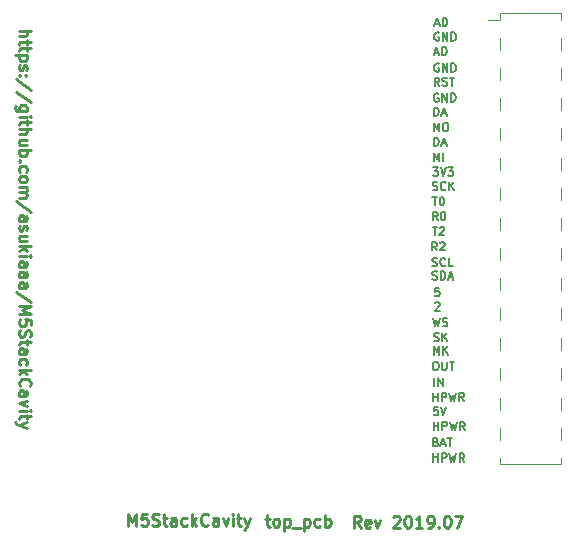
<source format=gbr>
G04 #@! TF.GenerationSoftware,KiCad,Pcbnew,5.1.2-f72e74a~84~ubuntu18.04.1*
G04 #@! TF.CreationDate,2019-07-12T15:09:15+09:00*
G04 #@! TF.ProjectId,top_pcb,746f705f-7063-4622-9e6b-696361645f70,rev?*
G04 #@! TF.SameCoordinates,Original*
G04 #@! TF.FileFunction,Legend,Top*
G04 #@! TF.FilePolarity,Positive*
%FSLAX46Y46*%
G04 Gerber Fmt 4.6, Leading zero omitted, Abs format (unit mm)*
G04 Created by KiCad (PCBNEW 5.1.2-f72e74a~84~ubuntu18.04.1) date 2019-07-12 15:09:15*
%MOMM*%
%LPD*%
G04 APERTURE LIST*
%ADD10C,0.175000*%
%ADD11C,0.250000*%
%ADD12C,0.120000*%
G04 APERTURE END LIST*
D10*
X135847300Y-93864866D02*
X135847300Y-93164866D01*
X135847300Y-93498200D02*
X136247300Y-93498200D01*
X136247300Y-93864866D02*
X136247300Y-93164866D01*
X136580633Y-93864866D02*
X136580633Y-93164866D01*
X136847300Y-93164866D01*
X136913966Y-93198200D01*
X136947300Y-93231533D01*
X136980633Y-93298200D01*
X136980633Y-93398200D01*
X136947300Y-93464866D01*
X136913966Y-93498200D01*
X136847300Y-93531533D01*
X136580633Y-93531533D01*
X137213966Y-93164866D02*
X137380633Y-93864866D01*
X137513966Y-93364866D01*
X137647300Y-93864866D01*
X137813966Y-93164866D01*
X138480633Y-93864866D02*
X138247300Y-93531533D01*
X138080633Y-93864866D02*
X138080633Y-93164866D01*
X138347300Y-93164866D01*
X138413966Y-93198200D01*
X138447300Y-93231533D01*
X138480633Y-93298200D01*
X138480633Y-93398200D01*
X138447300Y-93464866D01*
X138413966Y-93498200D01*
X138347300Y-93531533D01*
X138080633Y-93531533D01*
X135898100Y-91197866D02*
X135898100Y-90497866D01*
X135898100Y-90831200D02*
X136298100Y-90831200D01*
X136298100Y-91197866D02*
X136298100Y-90497866D01*
X136631433Y-91197866D02*
X136631433Y-90497866D01*
X136898100Y-90497866D01*
X136964766Y-90531200D01*
X136998100Y-90564533D01*
X137031433Y-90631200D01*
X137031433Y-90731200D01*
X136998100Y-90797866D01*
X136964766Y-90831200D01*
X136898100Y-90864533D01*
X136631433Y-90864533D01*
X137264766Y-90497866D02*
X137431433Y-91197866D01*
X137564766Y-90697866D01*
X137698100Y-91197866D01*
X137864766Y-90497866D01*
X138531433Y-91197866D02*
X138298100Y-90864533D01*
X138131433Y-91197866D02*
X138131433Y-90497866D01*
X138398100Y-90497866D01*
X138464766Y-90531200D01*
X138498100Y-90564533D01*
X138531433Y-90631200D01*
X138531433Y-90731200D01*
X138498100Y-90797866D01*
X138464766Y-90831200D01*
X138398100Y-90864533D01*
X138131433Y-90864533D01*
X135834600Y-88746766D02*
X135834600Y-88046766D01*
X135834600Y-88380100D02*
X136234600Y-88380100D01*
X136234600Y-88746766D02*
X136234600Y-88046766D01*
X136567933Y-88746766D02*
X136567933Y-88046766D01*
X136834600Y-88046766D01*
X136901266Y-88080100D01*
X136934600Y-88113433D01*
X136967933Y-88180100D01*
X136967933Y-88280100D01*
X136934600Y-88346766D01*
X136901266Y-88380100D01*
X136834600Y-88413433D01*
X136567933Y-88413433D01*
X137201266Y-88046766D02*
X137367933Y-88746766D01*
X137501266Y-88246766D01*
X137634600Y-88746766D01*
X137801266Y-88046766D01*
X138467933Y-88746766D02*
X138234600Y-88413433D01*
X138067933Y-88746766D02*
X138067933Y-88046766D01*
X138334600Y-88046766D01*
X138401266Y-88080100D01*
X138434600Y-88113433D01*
X138467933Y-88180100D01*
X138467933Y-88280100D01*
X138434600Y-88346766D01*
X138401266Y-88380100D01*
X138334600Y-88413433D01*
X138067933Y-88413433D01*
X136007500Y-80455333D02*
X136040833Y-80422000D01*
X136107500Y-80388666D01*
X136274166Y-80388666D01*
X136340833Y-80422000D01*
X136374166Y-80455333D01*
X136407500Y-80522000D01*
X136407500Y-80588666D01*
X136374166Y-80688666D01*
X135974166Y-81088666D01*
X136407500Y-81088666D01*
X136374166Y-79144066D02*
X136040833Y-79144066D01*
X136007500Y-79477400D01*
X136040833Y-79444066D01*
X136107500Y-79410733D01*
X136274166Y-79410733D01*
X136340833Y-79444066D01*
X136374166Y-79477400D01*
X136407500Y-79544066D01*
X136407500Y-79710733D01*
X136374166Y-79777400D01*
X136340833Y-79810733D01*
X136274166Y-79844066D01*
X136107500Y-79844066D01*
X136040833Y-79810733D01*
X136007500Y-79777400D01*
X136071833Y-92215500D02*
X136171833Y-92248833D01*
X136205166Y-92282166D01*
X136238500Y-92348833D01*
X136238500Y-92448833D01*
X136205166Y-92515500D01*
X136171833Y-92548833D01*
X136105166Y-92582166D01*
X135838500Y-92582166D01*
X135838500Y-91882166D01*
X136071833Y-91882166D01*
X136138500Y-91915500D01*
X136171833Y-91948833D01*
X136205166Y-92015500D01*
X136205166Y-92082166D01*
X136171833Y-92148833D01*
X136138500Y-92182166D01*
X136071833Y-92215500D01*
X135838500Y-92215500D01*
X136505166Y-92382166D02*
X136838500Y-92382166D01*
X136438500Y-92582166D02*
X136671833Y-91882166D01*
X136905166Y-92582166D01*
X137038500Y-91882166D02*
X137438500Y-91882166D01*
X137238500Y-92582166D02*
X137238500Y-91882166D01*
X136251966Y-89227866D02*
X135918633Y-89227866D01*
X135885300Y-89561200D01*
X135918633Y-89527866D01*
X135985300Y-89494533D01*
X136151966Y-89494533D01*
X136218633Y-89527866D01*
X136251966Y-89561200D01*
X136285300Y-89627866D01*
X136285300Y-89794533D01*
X136251966Y-89861200D01*
X136218633Y-89894533D01*
X136151966Y-89927866D01*
X135985300Y-89927866D01*
X135918633Y-89894533D01*
X135885300Y-89861200D01*
X136485300Y-89227866D02*
X136718633Y-89927866D01*
X136951966Y-89227866D01*
X136370266Y-62051366D02*
X136136933Y-61718033D01*
X135970266Y-62051366D02*
X135970266Y-61351366D01*
X136236933Y-61351366D01*
X136303600Y-61384700D01*
X136336933Y-61418033D01*
X136370266Y-61484700D01*
X136370266Y-61584700D01*
X136336933Y-61651366D01*
X136303600Y-61684700D01*
X136236933Y-61718033D01*
X135970266Y-61718033D01*
X136636933Y-62018033D02*
X136736933Y-62051366D01*
X136903600Y-62051366D01*
X136970266Y-62018033D01*
X137003600Y-61984700D01*
X137036933Y-61918033D01*
X137036933Y-61851366D01*
X137003600Y-61784700D01*
X136970266Y-61751366D01*
X136903600Y-61718033D01*
X136770266Y-61684700D01*
X136703600Y-61651366D01*
X136670266Y-61618033D01*
X136636933Y-61551366D01*
X136636933Y-61484700D01*
X136670266Y-61418033D01*
X136703600Y-61384700D01*
X136770266Y-61351366D01*
X136936933Y-61351366D01*
X137036933Y-61384700D01*
X137236933Y-61351366D02*
X137636933Y-61351366D01*
X137436933Y-62051366D02*
X137436933Y-61351366D01*
X136296466Y-62718200D02*
X136229800Y-62684866D01*
X136129800Y-62684866D01*
X136029800Y-62718200D01*
X135963133Y-62784866D01*
X135929800Y-62851533D01*
X135896466Y-62984866D01*
X135896466Y-63084866D01*
X135929800Y-63218200D01*
X135963133Y-63284866D01*
X136029800Y-63351533D01*
X136129800Y-63384866D01*
X136196466Y-63384866D01*
X136296466Y-63351533D01*
X136329800Y-63318200D01*
X136329800Y-63084866D01*
X136196466Y-63084866D01*
X136629800Y-63384866D02*
X136629800Y-62684866D01*
X137029800Y-63384866D01*
X137029800Y-62684866D01*
X137363133Y-63384866D02*
X137363133Y-62684866D01*
X137529800Y-62684866D01*
X137629800Y-62718200D01*
X137696466Y-62784866D01*
X137729800Y-62851533D01*
X137763133Y-62984866D01*
X137763133Y-63084866D01*
X137729800Y-63218200D01*
X137696466Y-63284866D01*
X137629800Y-63351533D01*
X137529800Y-63384866D01*
X137363133Y-63384866D01*
X136321866Y-60190900D02*
X136255200Y-60157566D01*
X136155200Y-60157566D01*
X136055200Y-60190900D01*
X135988533Y-60257566D01*
X135955200Y-60324233D01*
X135921866Y-60457566D01*
X135921866Y-60557566D01*
X135955200Y-60690900D01*
X135988533Y-60757566D01*
X136055200Y-60824233D01*
X136155200Y-60857566D01*
X136221866Y-60857566D01*
X136321866Y-60824233D01*
X136355200Y-60790900D01*
X136355200Y-60557566D01*
X136221866Y-60557566D01*
X136655200Y-60857566D02*
X136655200Y-60157566D01*
X137055200Y-60857566D01*
X137055200Y-60157566D01*
X137388533Y-60857566D02*
X137388533Y-60157566D01*
X137555200Y-60157566D01*
X137655200Y-60190900D01*
X137721866Y-60257566D01*
X137755200Y-60324233D01*
X137788533Y-60457566D01*
X137788533Y-60557566D01*
X137755200Y-60690900D01*
X137721866Y-60757566D01*
X137655200Y-60824233D01*
X137555200Y-60857566D01*
X137388533Y-60857566D01*
X136321866Y-57562000D02*
X136255200Y-57528666D01*
X136155200Y-57528666D01*
X136055200Y-57562000D01*
X135988533Y-57628666D01*
X135955200Y-57695333D01*
X135921866Y-57828666D01*
X135921866Y-57928666D01*
X135955200Y-58062000D01*
X135988533Y-58128666D01*
X136055200Y-58195333D01*
X136155200Y-58228666D01*
X136221866Y-58228666D01*
X136321866Y-58195333D01*
X136355200Y-58162000D01*
X136355200Y-57928666D01*
X136221866Y-57928666D01*
X136655200Y-58228666D02*
X136655200Y-57528666D01*
X137055200Y-58228666D01*
X137055200Y-57528666D01*
X137388533Y-58228666D02*
X137388533Y-57528666D01*
X137555200Y-57528666D01*
X137655200Y-57562000D01*
X137721866Y-57628666D01*
X137755200Y-57695333D01*
X137788533Y-57828666D01*
X137788533Y-57928666D01*
X137755200Y-58062000D01*
X137721866Y-58128666D01*
X137655200Y-58195333D01*
X137555200Y-58228666D01*
X137388533Y-58228666D01*
X135836133Y-68958666D02*
X136269466Y-68958666D01*
X136036133Y-69225333D01*
X136136133Y-69225333D01*
X136202800Y-69258666D01*
X136236133Y-69292000D01*
X136269466Y-69358666D01*
X136269466Y-69525333D01*
X136236133Y-69592000D01*
X136202800Y-69625333D01*
X136136133Y-69658666D01*
X135936133Y-69658666D01*
X135869466Y-69625333D01*
X135836133Y-69592000D01*
X136469466Y-68958666D02*
X136702800Y-69658666D01*
X136936133Y-68958666D01*
X137102800Y-68958666D02*
X137536133Y-68958666D01*
X137302800Y-69225333D01*
X137402800Y-69225333D01*
X137469466Y-69258666D01*
X137502800Y-69292000D01*
X137536133Y-69358666D01*
X137536133Y-69525333D01*
X137502800Y-69592000D01*
X137469466Y-69625333D01*
X137402800Y-69658666D01*
X137202800Y-69658666D01*
X137136133Y-69625333D01*
X137102800Y-69592000D01*
X135802800Y-70857233D02*
X135902800Y-70890566D01*
X136069466Y-70890566D01*
X136136133Y-70857233D01*
X136169466Y-70823900D01*
X136202800Y-70757233D01*
X136202800Y-70690566D01*
X136169466Y-70623900D01*
X136136133Y-70590566D01*
X136069466Y-70557233D01*
X135936133Y-70523900D01*
X135869466Y-70490566D01*
X135836133Y-70457233D01*
X135802800Y-70390566D01*
X135802800Y-70323900D01*
X135836133Y-70257233D01*
X135869466Y-70223900D01*
X135936133Y-70190566D01*
X136102800Y-70190566D01*
X136202800Y-70223900D01*
X136902800Y-70823900D02*
X136869466Y-70857233D01*
X136769466Y-70890566D01*
X136702800Y-70890566D01*
X136602800Y-70857233D01*
X136536133Y-70790566D01*
X136502800Y-70723900D01*
X136469466Y-70590566D01*
X136469466Y-70490566D01*
X136502800Y-70357233D01*
X136536133Y-70290566D01*
X136602800Y-70223900D01*
X136702800Y-70190566D01*
X136769466Y-70190566D01*
X136869466Y-70223900D01*
X136902800Y-70257233D01*
X137202800Y-70890566D02*
X137202800Y-70190566D01*
X137602800Y-70890566D02*
X137302800Y-70490566D01*
X137602800Y-70190566D02*
X137202800Y-70590566D01*
X135909100Y-68426766D02*
X135909100Y-67726766D01*
X136142433Y-68226766D01*
X136375766Y-67726766D01*
X136375766Y-68426766D01*
X136709100Y-68426766D02*
X136709100Y-67726766D01*
X135912300Y-65886766D02*
X135912300Y-65186766D01*
X136145633Y-65686766D01*
X136378966Y-65186766D01*
X136378966Y-65886766D01*
X136845633Y-65186766D02*
X136978966Y-65186766D01*
X137045633Y-65220100D01*
X137112300Y-65286766D01*
X137145633Y-65420100D01*
X137145633Y-65653433D01*
X137112300Y-65786766D01*
X137045633Y-65853433D01*
X136978966Y-65886766D01*
X136845633Y-65886766D01*
X136778966Y-65853433D01*
X136712300Y-65786766D01*
X136678966Y-65653433D01*
X136678966Y-65420100D01*
X136712300Y-65286766D01*
X136778966Y-65220100D01*
X136845633Y-65186766D01*
X136002800Y-85417866D02*
X136136133Y-85417866D01*
X136202800Y-85451200D01*
X136269466Y-85517866D01*
X136302800Y-85651200D01*
X136302800Y-85884533D01*
X136269466Y-86017866D01*
X136202800Y-86084533D01*
X136136133Y-86117866D01*
X136002800Y-86117866D01*
X135936133Y-86084533D01*
X135869466Y-86017866D01*
X135836133Y-85884533D01*
X135836133Y-85651200D01*
X135869466Y-85517866D01*
X135936133Y-85451200D01*
X136002800Y-85417866D01*
X136602800Y-85417866D02*
X136602800Y-85984533D01*
X136636133Y-86051200D01*
X136669466Y-86084533D01*
X136736133Y-86117866D01*
X136869466Y-86117866D01*
X136936133Y-86084533D01*
X136969466Y-86051200D01*
X137002800Y-85984533D01*
X137002800Y-85417866D01*
X137236133Y-85417866D02*
X137636133Y-85417866D01*
X137436133Y-86117866D02*
X137436133Y-85417866D01*
X135924200Y-83633433D02*
X136024200Y-83666766D01*
X136190866Y-83666766D01*
X136257533Y-83633433D01*
X136290866Y-83600100D01*
X136324200Y-83533433D01*
X136324200Y-83466766D01*
X136290866Y-83400100D01*
X136257533Y-83366766D01*
X136190866Y-83333433D01*
X136057533Y-83300100D01*
X135990866Y-83266766D01*
X135957533Y-83233433D01*
X135924200Y-83166766D01*
X135924200Y-83100100D01*
X135957533Y-83033433D01*
X135990866Y-83000100D01*
X136057533Y-82966766D01*
X136224200Y-82966766D01*
X136324200Y-83000100D01*
X136624200Y-83666766D02*
X136624200Y-82966766D01*
X137024200Y-83666766D02*
X136724200Y-83266766D01*
X137024200Y-82966766D02*
X136624200Y-83366766D01*
X135789300Y-78426433D02*
X135889300Y-78459766D01*
X136055966Y-78459766D01*
X136122633Y-78426433D01*
X136155966Y-78393100D01*
X136189300Y-78326433D01*
X136189300Y-78259766D01*
X136155966Y-78193100D01*
X136122633Y-78159766D01*
X136055966Y-78126433D01*
X135922633Y-78093100D01*
X135855966Y-78059766D01*
X135822633Y-78026433D01*
X135789300Y-77959766D01*
X135789300Y-77893100D01*
X135822633Y-77826433D01*
X135855966Y-77793100D01*
X135922633Y-77759766D01*
X136089300Y-77759766D01*
X136189300Y-77793100D01*
X136489300Y-78459766D02*
X136489300Y-77759766D01*
X136655966Y-77759766D01*
X136755966Y-77793100D01*
X136822633Y-77859766D01*
X136855966Y-77926433D01*
X136889300Y-78059766D01*
X136889300Y-78159766D01*
X136855966Y-78293100D01*
X136822633Y-78359766D01*
X136755966Y-78426433D01*
X136655966Y-78459766D01*
X136489300Y-78459766D01*
X137155966Y-78259766D02*
X137489300Y-78259766D01*
X137089300Y-78459766D02*
X137322633Y-77759766D01*
X137555966Y-78459766D01*
X136217833Y-73430566D02*
X135984500Y-73097233D01*
X135817833Y-73430566D02*
X135817833Y-72730566D01*
X136084500Y-72730566D01*
X136151166Y-72763900D01*
X136184500Y-72797233D01*
X136217833Y-72863900D01*
X136217833Y-72963900D01*
X136184500Y-73030566D01*
X136151166Y-73063900D01*
X136084500Y-73097233D01*
X135817833Y-73097233D01*
X136651166Y-72730566D02*
X136717833Y-72730566D01*
X136784500Y-72763900D01*
X136817833Y-72797233D01*
X136851166Y-72863900D01*
X136884500Y-72997233D01*
X136884500Y-73163900D01*
X136851166Y-73297233D01*
X136817833Y-73363900D01*
X136784500Y-73397233D01*
X136717833Y-73430566D01*
X136651166Y-73430566D01*
X136584500Y-73397233D01*
X136551166Y-73363900D01*
X136517833Y-73297233D01*
X136484500Y-73163900D01*
X136484500Y-72997233D01*
X136517833Y-72863900D01*
X136551166Y-72797233D01*
X136584500Y-72763900D01*
X136651166Y-72730566D01*
X136167033Y-75995966D02*
X135933700Y-75662633D01*
X135767033Y-75995966D02*
X135767033Y-75295966D01*
X136033700Y-75295966D01*
X136100366Y-75329300D01*
X136133700Y-75362633D01*
X136167033Y-75429300D01*
X136167033Y-75529300D01*
X136133700Y-75595966D01*
X136100366Y-75629300D01*
X136033700Y-75662633D01*
X135767033Y-75662633D01*
X136433700Y-75362633D02*
X136467033Y-75329300D01*
X136533700Y-75295966D01*
X136700366Y-75295966D01*
X136767033Y-75329300D01*
X136800366Y-75362633D01*
X136833700Y-75429300D01*
X136833700Y-75495966D01*
X136800366Y-75595966D01*
X136400366Y-75995966D01*
X136833700Y-75995966D01*
D11*
X121637776Y-98706014D02*
X122018728Y-98706014D01*
X121780633Y-98372680D02*
X121780633Y-99229823D01*
X121828252Y-99325061D01*
X121923490Y-99372680D01*
X122018728Y-99372680D01*
X122494919Y-99372680D02*
X122399680Y-99325061D01*
X122352061Y-99277442D01*
X122304442Y-99182204D01*
X122304442Y-98896490D01*
X122352061Y-98801252D01*
X122399680Y-98753633D01*
X122494919Y-98706014D01*
X122637776Y-98706014D01*
X122733014Y-98753633D01*
X122780633Y-98801252D01*
X122828252Y-98896490D01*
X122828252Y-99182204D01*
X122780633Y-99277442D01*
X122733014Y-99325061D01*
X122637776Y-99372680D01*
X122494919Y-99372680D01*
X123256823Y-98706014D02*
X123256823Y-99706014D01*
X123256823Y-98753633D02*
X123352061Y-98706014D01*
X123542538Y-98706014D01*
X123637776Y-98753633D01*
X123685395Y-98801252D01*
X123733014Y-98896490D01*
X123733014Y-99182204D01*
X123685395Y-99277442D01*
X123637776Y-99325061D01*
X123542538Y-99372680D01*
X123352061Y-99372680D01*
X123256823Y-99325061D01*
X123923490Y-99467919D02*
X124685395Y-99467919D01*
X124923490Y-98706014D02*
X124923490Y-99706014D01*
X124923490Y-98753633D02*
X125018728Y-98706014D01*
X125209204Y-98706014D01*
X125304442Y-98753633D01*
X125352061Y-98801252D01*
X125399680Y-98896490D01*
X125399680Y-99182204D01*
X125352061Y-99277442D01*
X125304442Y-99325061D01*
X125209204Y-99372680D01*
X125018728Y-99372680D01*
X124923490Y-99325061D01*
X126256823Y-99325061D02*
X126161585Y-99372680D01*
X125971109Y-99372680D01*
X125875871Y-99325061D01*
X125828252Y-99277442D01*
X125780633Y-99182204D01*
X125780633Y-98896490D01*
X125828252Y-98801252D01*
X125875871Y-98753633D01*
X125971109Y-98706014D01*
X126161585Y-98706014D01*
X126256823Y-98753633D01*
X126685395Y-99372680D02*
X126685395Y-98372680D01*
X126685395Y-98753633D02*
X126780633Y-98706014D01*
X126971109Y-98706014D01*
X127066347Y-98753633D01*
X127113966Y-98801252D01*
X127161585Y-98896490D01*
X127161585Y-99182204D01*
X127113966Y-99277442D01*
X127066347Y-99325061D01*
X126971109Y-99372680D01*
X126780633Y-99372680D01*
X126685395Y-99325061D01*
X110030261Y-99296480D02*
X110030261Y-98296480D01*
X110363595Y-99010766D01*
X110696928Y-98296480D01*
X110696928Y-99296480D01*
X111649309Y-98296480D02*
X111173119Y-98296480D01*
X111125500Y-98772671D01*
X111173119Y-98725052D01*
X111268357Y-98677433D01*
X111506452Y-98677433D01*
X111601690Y-98725052D01*
X111649309Y-98772671D01*
X111696928Y-98867909D01*
X111696928Y-99106004D01*
X111649309Y-99201242D01*
X111601690Y-99248861D01*
X111506452Y-99296480D01*
X111268357Y-99296480D01*
X111173119Y-99248861D01*
X111125500Y-99201242D01*
X112077880Y-99248861D02*
X112220738Y-99296480D01*
X112458833Y-99296480D01*
X112554071Y-99248861D01*
X112601690Y-99201242D01*
X112649309Y-99106004D01*
X112649309Y-99010766D01*
X112601690Y-98915528D01*
X112554071Y-98867909D01*
X112458833Y-98820290D01*
X112268357Y-98772671D01*
X112173119Y-98725052D01*
X112125500Y-98677433D01*
X112077880Y-98582195D01*
X112077880Y-98486957D01*
X112125500Y-98391719D01*
X112173119Y-98344100D01*
X112268357Y-98296480D01*
X112506452Y-98296480D01*
X112649309Y-98344100D01*
X112935023Y-98629814D02*
X113315976Y-98629814D01*
X113077880Y-98296480D02*
X113077880Y-99153623D01*
X113125500Y-99248861D01*
X113220738Y-99296480D01*
X113315976Y-99296480D01*
X114077880Y-99296480D02*
X114077880Y-98772671D01*
X114030261Y-98677433D01*
X113935023Y-98629814D01*
X113744547Y-98629814D01*
X113649309Y-98677433D01*
X114077880Y-99248861D02*
X113982642Y-99296480D01*
X113744547Y-99296480D01*
X113649309Y-99248861D01*
X113601690Y-99153623D01*
X113601690Y-99058385D01*
X113649309Y-98963147D01*
X113744547Y-98915528D01*
X113982642Y-98915528D01*
X114077880Y-98867909D01*
X114982642Y-99248861D02*
X114887404Y-99296480D01*
X114696928Y-99296480D01*
X114601690Y-99248861D01*
X114554071Y-99201242D01*
X114506452Y-99106004D01*
X114506452Y-98820290D01*
X114554071Y-98725052D01*
X114601690Y-98677433D01*
X114696928Y-98629814D01*
X114887404Y-98629814D01*
X114982642Y-98677433D01*
X115411214Y-99296480D02*
X115411214Y-98296480D01*
X115506452Y-98915528D02*
X115792166Y-99296480D01*
X115792166Y-98629814D02*
X115411214Y-99010766D01*
X116792166Y-99201242D02*
X116744547Y-99248861D01*
X116601690Y-99296480D01*
X116506452Y-99296480D01*
X116363595Y-99248861D01*
X116268357Y-99153623D01*
X116220738Y-99058385D01*
X116173119Y-98867909D01*
X116173119Y-98725052D01*
X116220738Y-98534576D01*
X116268357Y-98439338D01*
X116363595Y-98344100D01*
X116506452Y-98296480D01*
X116601690Y-98296480D01*
X116744547Y-98344100D01*
X116792166Y-98391719D01*
X117649309Y-99296480D02*
X117649309Y-98772671D01*
X117601690Y-98677433D01*
X117506452Y-98629814D01*
X117315976Y-98629814D01*
X117220738Y-98677433D01*
X117649309Y-99248861D02*
X117554071Y-99296480D01*
X117315976Y-99296480D01*
X117220738Y-99248861D01*
X117173119Y-99153623D01*
X117173119Y-99058385D01*
X117220738Y-98963147D01*
X117315976Y-98915528D01*
X117554071Y-98915528D01*
X117649309Y-98867909D01*
X118030261Y-98629814D02*
X118268357Y-99296480D01*
X118506452Y-98629814D01*
X118887404Y-99296480D02*
X118887404Y-98629814D01*
X118887404Y-98296480D02*
X118839785Y-98344100D01*
X118887404Y-98391719D01*
X118935023Y-98344100D01*
X118887404Y-98296480D01*
X118887404Y-98391719D01*
X119220738Y-98629814D02*
X119601690Y-98629814D01*
X119363595Y-98296480D02*
X119363595Y-99153623D01*
X119411214Y-99248861D01*
X119506452Y-99296480D01*
X119601690Y-99296480D01*
X119839785Y-98629814D02*
X120077880Y-99296480D01*
X120315976Y-98629814D02*
X120077880Y-99296480D01*
X119982642Y-99534576D01*
X119935023Y-99582195D01*
X119839785Y-99629814D01*
D10*
X135955133Y-87476766D02*
X135955133Y-86776766D01*
X136288466Y-87476766D02*
X136288466Y-86776766D01*
X136688466Y-87476766D01*
X136688466Y-86776766D01*
X135916266Y-84822466D02*
X135916266Y-84122466D01*
X136149600Y-84622466D01*
X136382933Y-84122466D01*
X136382933Y-84822466D01*
X136716266Y-84822466D02*
X136716266Y-84122466D01*
X137116266Y-84822466D02*
X136816266Y-84422466D01*
X137116266Y-84122466D02*
X136716266Y-84522466D01*
X135815466Y-81696766D02*
X135982133Y-82396766D01*
X136115466Y-81896766D01*
X136248800Y-82396766D01*
X136415466Y-81696766D01*
X136648800Y-82363433D02*
X136748800Y-82396766D01*
X136915466Y-82396766D01*
X136982133Y-82363433D01*
X137015466Y-82330100D01*
X137048800Y-82263433D01*
X137048800Y-82196766D01*
X137015466Y-82130100D01*
X136982133Y-82096766D01*
X136915466Y-82063433D01*
X136782133Y-82030100D01*
X136715466Y-81996766D01*
X136682133Y-81963433D01*
X136648800Y-81896766D01*
X136648800Y-81830100D01*
X136682133Y-81763433D01*
X136715466Y-81730100D01*
X136782133Y-81696766D01*
X136948800Y-81696766D01*
X137048800Y-81730100D01*
D11*
X129704009Y-99461580D02*
X129370676Y-98985390D01*
X129132580Y-99461580D02*
X129132580Y-98461580D01*
X129513533Y-98461580D01*
X129608771Y-98509200D01*
X129656390Y-98556819D01*
X129704009Y-98652057D01*
X129704009Y-98794914D01*
X129656390Y-98890152D01*
X129608771Y-98937771D01*
X129513533Y-98985390D01*
X129132580Y-98985390D01*
X130513533Y-99413961D02*
X130418295Y-99461580D01*
X130227819Y-99461580D01*
X130132580Y-99413961D01*
X130084961Y-99318723D01*
X130084961Y-98937771D01*
X130132580Y-98842533D01*
X130227819Y-98794914D01*
X130418295Y-98794914D01*
X130513533Y-98842533D01*
X130561152Y-98937771D01*
X130561152Y-99033009D01*
X130084961Y-99128247D01*
X130894485Y-98794914D02*
X131132580Y-99461580D01*
X131370676Y-98794914D01*
X132465914Y-98556819D02*
X132513533Y-98509200D01*
X132608771Y-98461580D01*
X132846866Y-98461580D01*
X132942104Y-98509200D01*
X132989723Y-98556819D01*
X133037342Y-98652057D01*
X133037342Y-98747295D01*
X132989723Y-98890152D01*
X132418295Y-99461580D01*
X133037342Y-99461580D01*
X133656390Y-98461580D02*
X133751628Y-98461580D01*
X133846866Y-98509200D01*
X133894485Y-98556819D01*
X133942104Y-98652057D01*
X133989723Y-98842533D01*
X133989723Y-99080628D01*
X133942104Y-99271104D01*
X133894485Y-99366342D01*
X133846866Y-99413961D01*
X133751628Y-99461580D01*
X133656390Y-99461580D01*
X133561152Y-99413961D01*
X133513533Y-99366342D01*
X133465914Y-99271104D01*
X133418295Y-99080628D01*
X133418295Y-98842533D01*
X133465914Y-98652057D01*
X133513533Y-98556819D01*
X133561152Y-98509200D01*
X133656390Y-98461580D01*
X134942104Y-99461580D02*
X134370676Y-99461580D01*
X134656390Y-99461580D02*
X134656390Y-98461580D01*
X134561152Y-98604438D01*
X134465914Y-98699676D01*
X134370676Y-98747295D01*
X135418295Y-99461580D02*
X135608771Y-99461580D01*
X135704009Y-99413961D01*
X135751628Y-99366342D01*
X135846866Y-99223485D01*
X135894485Y-99033009D01*
X135894485Y-98652057D01*
X135846866Y-98556819D01*
X135799247Y-98509200D01*
X135704009Y-98461580D01*
X135513533Y-98461580D01*
X135418295Y-98509200D01*
X135370676Y-98556819D01*
X135323057Y-98652057D01*
X135323057Y-98890152D01*
X135370676Y-98985390D01*
X135418295Y-99033009D01*
X135513533Y-99080628D01*
X135704009Y-99080628D01*
X135799247Y-99033009D01*
X135846866Y-98985390D01*
X135894485Y-98890152D01*
X136323057Y-99366342D02*
X136370676Y-99413961D01*
X136323057Y-99461580D01*
X136275438Y-99413961D01*
X136323057Y-99366342D01*
X136323057Y-99461580D01*
X136989723Y-98461580D02*
X137084961Y-98461580D01*
X137180200Y-98509200D01*
X137227819Y-98556819D01*
X137275438Y-98652057D01*
X137323057Y-98842533D01*
X137323057Y-99080628D01*
X137275438Y-99271104D01*
X137227819Y-99366342D01*
X137180200Y-99413961D01*
X137084961Y-99461580D01*
X136989723Y-99461580D01*
X136894485Y-99413961D01*
X136846866Y-99366342D01*
X136799247Y-99271104D01*
X136751628Y-99080628D01*
X136751628Y-98842533D01*
X136799247Y-98652057D01*
X136846866Y-98556819D01*
X136894485Y-98509200D01*
X136989723Y-98461580D01*
X137656390Y-98461580D02*
X138323057Y-98461580D01*
X137894485Y-99461580D01*
X100792019Y-57417204D02*
X101792019Y-57417204D01*
X100792019Y-57845776D02*
X101315828Y-57845776D01*
X101411066Y-57798157D01*
X101458685Y-57702919D01*
X101458685Y-57560061D01*
X101411066Y-57464823D01*
X101363447Y-57417204D01*
X101458685Y-58179109D02*
X101458685Y-58560061D01*
X101792019Y-58321966D02*
X100934876Y-58321966D01*
X100839638Y-58369585D01*
X100792019Y-58464823D01*
X100792019Y-58560061D01*
X101458685Y-58750538D02*
X101458685Y-59131490D01*
X101792019Y-58893395D02*
X100934876Y-58893395D01*
X100839638Y-58941014D01*
X100792019Y-59036252D01*
X100792019Y-59131490D01*
X101458685Y-59464823D02*
X100458685Y-59464823D01*
X101411066Y-59464823D02*
X101458685Y-59560061D01*
X101458685Y-59750538D01*
X101411066Y-59845776D01*
X101363447Y-59893395D01*
X101268209Y-59941014D01*
X100982495Y-59941014D01*
X100887257Y-59893395D01*
X100839638Y-59845776D01*
X100792019Y-59750538D01*
X100792019Y-59560061D01*
X100839638Y-59464823D01*
X100839638Y-60321966D02*
X100792019Y-60417204D01*
X100792019Y-60607680D01*
X100839638Y-60702919D01*
X100934876Y-60750538D01*
X100982495Y-60750538D01*
X101077733Y-60702919D01*
X101125352Y-60607680D01*
X101125352Y-60464823D01*
X101172971Y-60369585D01*
X101268209Y-60321966D01*
X101315828Y-60321966D01*
X101411066Y-60369585D01*
X101458685Y-60464823D01*
X101458685Y-60607680D01*
X101411066Y-60702919D01*
X100887257Y-61179109D02*
X100839638Y-61226728D01*
X100792019Y-61179109D01*
X100839638Y-61131490D01*
X100887257Y-61179109D01*
X100792019Y-61179109D01*
X101411066Y-61179109D02*
X101363447Y-61226728D01*
X101315828Y-61179109D01*
X101363447Y-61131490D01*
X101411066Y-61179109D01*
X101315828Y-61179109D01*
X101839638Y-62369585D02*
X100553923Y-61512442D01*
X101839638Y-63417204D02*
X100553923Y-62560061D01*
X101458685Y-64179109D02*
X100649161Y-64179109D01*
X100553923Y-64131490D01*
X100506304Y-64083871D01*
X100458685Y-63988633D01*
X100458685Y-63845776D01*
X100506304Y-63750538D01*
X100839638Y-64179109D02*
X100792019Y-64083871D01*
X100792019Y-63893395D01*
X100839638Y-63798157D01*
X100887257Y-63750538D01*
X100982495Y-63702919D01*
X101268209Y-63702919D01*
X101363447Y-63750538D01*
X101411066Y-63798157D01*
X101458685Y-63893395D01*
X101458685Y-64083871D01*
X101411066Y-64179109D01*
X100792019Y-64655300D02*
X101458685Y-64655300D01*
X101792019Y-64655300D02*
X101744400Y-64607680D01*
X101696780Y-64655300D01*
X101744400Y-64702919D01*
X101792019Y-64655300D01*
X101696780Y-64655300D01*
X101458685Y-64988633D02*
X101458685Y-65369585D01*
X101792019Y-65131490D02*
X100934876Y-65131490D01*
X100839638Y-65179109D01*
X100792019Y-65274347D01*
X100792019Y-65369585D01*
X100792019Y-65702919D02*
X101792019Y-65702919D01*
X100792019Y-66131490D02*
X101315828Y-66131490D01*
X101411066Y-66083871D01*
X101458685Y-65988633D01*
X101458685Y-65845776D01*
X101411066Y-65750538D01*
X101363447Y-65702919D01*
X101458685Y-67036252D02*
X100792019Y-67036252D01*
X101458685Y-66607680D02*
X100934876Y-66607680D01*
X100839638Y-66655300D01*
X100792019Y-66750538D01*
X100792019Y-66893395D01*
X100839638Y-66988633D01*
X100887257Y-67036252D01*
X100792019Y-67512442D02*
X101792019Y-67512442D01*
X101411066Y-67512442D02*
X101458685Y-67607680D01*
X101458685Y-67798157D01*
X101411066Y-67893395D01*
X101363447Y-67941014D01*
X101268209Y-67988633D01*
X100982495Y-67988633D01*
X100887257Y-67941014D01*
X100839638Y-67893395D01*
X100792019Y-67798157D01*
X100792019Y-67607680D01*
X100839638Y-67512442D01*
X100887257Y-68417204D02*
X100839638Y-68464823D01*
X100792019Y-68417204D01*
X100839638Y-68369585D01*
X100887257Y-68417204D01*
X100792019Y-68417204D01*
X100839638Y-69321966D02*
X100792019Y-69226728D01*
X100792019Y-69036252D01*
X100839638Y-68941014D01*
X100887257Y-68893395D01*
X100982495Y-68845776D01*
X101268209Y-68845776D01*
X101363447Y-68893395D01*
X101411066Y-68941014D01*
X101458685Y-69036252D01*
X101458685Y-69226728D01*
X101411066Y-69321966D01*
X100792019Y-69893395D02*
X100839638Y-69798157D01*
X100887257Y-69750538D01*
X100982495Y-69702919D01*
X101268209Y-69702919D01*
X101363447Y-69750538D01*
X101411066Y-69798157D01*
X101458685Y-69893395D01*
X101458685Y-70036252D01*
X101411066Y-70131490D01*
X101363447Y-70179109D01*
X101268209Y-70226728D01*
X100982495Y-70226728D01*
X100887257Y-70179109D01*
X100839638Y-70131490D01*
X100792019Y-70036252D01*
X100792019Y-69893395D01*
X100792019Y-70655300D02*
X101458685Y-70655300D01*
X101363447Y-70655300D02*
X101411066Y-70702919D01*
X101458685Y-70798157D01*
X101458685Y-70941014D01*
X101411066Y-71036252D01*
X101315828Y-71083871D01*
X100792019Y-71083871D01*
X101315828Y-71083871D02*
X101411066Y-71131490D01*
X101458685Y-71226728D01*
X101458685Y-71369585D01*
X101411066Y-71464823D01*
X101315828Y-71512442D01*
X100792019Y-71512442D01*
X101839638Y-72702919D02*
X100553923Y-71845776D01*
X100792019Y-73464823D02*
X101315828Y-73464823D01*
X101411066Y-73417204D01*
X101458685Y-73321966D01*
X101458685Y-73131490D01*
X101411066Y-73036252D01*
X100839638Y-73464823D02*
X100792019Y-73369585D01*
X100792019Y-73131490D01*
X100839638Y-73036252D01*
X100934876Y-72988633D01*
X101030114Y-72988633D01*
X101125352Y-73036252D01*
X101172971Y-73131490D01*
X101172971Y-73369585D01*
X101220590Y-73464823D01*
X100839638Y-73893395D02*
X100792019Y-73988633D01*
X100792019Y-74179109D01*
X100839638Y-74274347D01*
X100934876Y-74321966D01*
X100982495Y-74321966D01*
X101077733Y-74274347D01*
X101125352Y-74179109D01*
X101125352Y-74036252D01*
X101172971Y-73941014D01*
X101268209Y-73893395D01*
X101315828Y-73893395D01*
X101411066Y-73941014D01*
X101458685Y-74036252D01*
X101458685Y-74179109D01*
X101411066Y-74274347D01*
X101458685Y-75179109D02*
X100792019Y-75179109D01*
X101458685Y-74750538D02*
X100934876Y-74750538D01*
X100839638Y-74798157D01*
X100792019Y-74893395D01*
X100792019Y-75036252D01*
X100839638Y-75131490D01*
X100887257Y-75179109D01*
X100792019Y-75655300D02*
X101792019Y-75655300D01*
X101172971Y-75750538D02*
X100792019Y-76036252D01*
X101458685Y-76036252D02*
X101077733Y-75655300D01*
X100792019Y-76464823D02*
X101458685Y-76464823D01*
X101792019Y-76464823D02*
X101744400Y-76417204D01*
X101696780Y-76464823D01*
X101744400Y-76512442D01*
X101792019Y-76464823D01*
X101696780Y-76464823D01*
X100792019Y-77369585D02*
X101315828Y-77369585D01*
X101411066Y-77321966D01*
X101458685Y-77226728D01*
X101458685Y-77036252D01*
X101411066Y-76941014D01*
X100839638Y-77369585D02*
X100792019Y-77274347D01*
X100792019Y-77036252D01*
X100839638Y-76941014D01*
X100934876Y-76893395D01*
X101030114Y-76893395D01*
X101125352Y-76941014D01*
X101172971Y-77036252D01*
X101172971Y-77274347D01*
X101220590Y-77369585D01*
X100792019Y-78274347D02*
X101315828Y-78274347D01*
X101411066Y-78226728D01*
X101458685Y-78131490D01*
X101458685Y-77941014D01*
X101411066Y-77845776D01*
X100839638Y-78274347D02*
X100792019Y-78179109D01*
X100792019Y-77941014D01*
X100839638Y-77845776D01*
X100934876Y-77798157D01*
X101030114Y-77798157D01*
X101125352Y-77845776D01*
X101172971Y-77941014D01*
X101172971Y-78179109D01*
X101220590Y-78274347D01*
X100792019Y-79179109D02*
X101315828Y-79179109D01*
X101411066Y-79131490D01*
X101458685Y-79036252D01*
X101458685Y-78845776D01*
X101411066Y-78750538D01*
X100839638Y-79179109D02*
X100792019Y-79083871D01*
X100792019Y-78845776D01*
X100839638Y-78750538D01*
X100934876Y-78702919D01*
X101030114Y-78702919D01*
X101125352Y-78750538D01*
X101172971Y-78845776D01*
X101172971Y-79083871D01*
X101220590Y-79179109D01*
X101839638Y-80369585D02*
X100553923Y-79512442D01*
X100792019Y-80702919D02*
X101792019Y-80702919D01*
X101077733Y-81036252D01*
X101792019Y-81369585D01*
X100792019Y-81369585D01*
X101792019Y-82321966D02*
X101792019Y-81845776D01*
X101315828Y-81798157D01*
X101363447Y-81845776D01*
X101411066Y-81941014D01*
X101411066Y-82179109D01*
X101363447Y-82274347D01*
X101315828Y-82321966D01*
X101220590Y-82369585D01*
X100982495Y-82369585D01*
X100887257Y-82321966D01*
X100839638Y-82274347D01*
X100792019Y-82179109D01*
X100792019Y-81941014D01*
X100839638Y-81845776D01*
X100887257Y-81798157D01*
X100839638Y-82750538D02*
X100792019Y-82893395D01*
X100792019Y-83131490D01*
X100839638Y-83226728D01*
X100887257Y-83274347D01*
X100982495Y-83321966D01*
X101077733Y-83321966D01*
X101172971Y-83274347D01*
X101220590Y-83226728D01*
X101268209Y-83131490D01*
X101315828Y-82941014D01*
X101363447Y-82845776D01*
X101411066Y-82798157D01*
X101506304Y-82750538D01*
X101601542Y-82750538D01*
X101696780Y-82798157D01*
X101744400Y-82845776D01*
X101792019Y-82941014D01*
X101792019Y-83179109D01*
X101744400Y-83321966D01*
X101458685Y-83607680D02*
X101458685Y-83988633D01*
X101792019Y-83750538D02*
X100934876Y-83750538D01*
X100839638Y-83798157D01*
X100792019Y-83893395D01*
X100792019Y-83988633D01*
X100792019Y-84750538D02*
X101315828Y-84750538D01*
X101411066Y-84702919D01*
X101458685Y-84607680D01*
X101458685Y-84417204D01*
X101411066Y-84321966D01*
X100839638Y-84750538D02*
X100792019Y-84655299D01*
X100792019Y-84417204D01*
X100839638Y-84321966D01*
X100934876Y-84274347D01*
X101030114Y-84274347D01*
X101125352Y-84321966D01*
X101172971Y-84417204D01*
X101172971Y-84655299D01*
X101220590Y-84750538D01*
X100839638Y-85655299D02*
X100792019Y-85560061D01*
X100792019Y-85369585D01*
X100839638Y-85274347D01*
X100887257Y-85226728D01*
X100982495Y-85179109D01*
X101268209Y-85179109D01*
X101363447Y-85226728D01*
X101411066Y-85274347D01*
X101458685Y-85369585D01*
X101458685Y-85560061D01*
X101411066Y-85655299D01*
X100792019Y-86083871D02*
X101792019Y-86083871D01*
X101172971Y-86179109D02*
X100792019Y-86464823D01*
X101458685Y-86464823D02*
X101077733Y-86083871D01*
X100887257Y-87464823D02*
X100839638Y-87417204D01*
X100792019Y-87274347D01*
X100792019Y-87179109D01*
X100839638Y-87036252D01*
X100934876Y-86941014D01*
X101030114Y-86893395D01*
X101220590Y-86845776D01*
X101363447Y-86845776D01*
X101553923Y-86893395D01*
X101649161Y-86941014D01*
X101744400Y-87036252D01*
X101792019Y-87179109D01*
X101792019Y-87274347D01*
X101744400Y-87417204D01*
X101696780Y-87464823D01*
X100792019Y-88321966D02*
X101315828Y-88321966D01*
X101411066Y-88274347D01*
X101458685Y-88179109D01*
X101458685Y-87988633D01*
X101411066Y-87893395D01*
X100839638Y-88321966D02*
X100792019Y-88226728D01*
X100792019Y-87988633D01*
X100839638Y-87893395D01*
X100934876Y-87845776D01*
X101030114Y-87845776D01*
X101125352Y-87893395D01*
X101172971Y-87988633D01*
X101172971Y-88226728D01*
X101220590Y-88321966D01*
X101458685Y-88702919D02*
X100792019Y-88941014D01*
X101458685Y-89179109D01*
X100792019Y-89560061D02*
X101458685Y-89560061D01*
X101792019Y-89560061D02*
X101744400Y-89512442D01*
X101696780Y-89560061D01*
X101744400Y-89607680D01*
X101792019Y-89560061D01*
X101696780Y-89560061D01*
X101458685Y-89893395D02*
X101458685Y-90274347D01*
X101792019Y-90036252D02*
X100934876Y-90036252D01*
X100839638Y-90083871D01*
X100792019Y-90179109D01*
X100792019Y-90274347D01*
X101458685Y-90512442D02*
X100792019Y-90750538D01*
X101458685Y-90988633D02*
X100792019Y-90750538D01*
X100553923Y-90655299D01*
X100506304Y-90607680D01*
X100458685Y-90512442D01*
D10*
X135788466Y-71447866D02*
X136188466Y-71447866D01*
X135988466Y-72147866D02*
X135988466Y-71447866D01*
X136555133Y-71447866D02*
X136621800Y-71447866D01*
X136688466Y-71481200D01*
X136721800Y-71514533D01*
X136755133Y-71581200D01*
X136788466Y-71714533D01*
X136788466Y-71881200D01*
X136755133Y-72014533D01*
X136721800Y-72081200D01*
X136688466Y-72114533D01*
X136621800Y-72147866D01*
X136555133Y-72147866D01*
X136488466Y-72114533D01*
X136455133Y-72081200D01*
X136421800Y-72014533D01*
X136388466Y-71881200D01*
X136388466Y-71714533D01*
X136421800Y-71581200D01*
X136455133Y-71514533D01*
X136488466Y-71481200D01*
X136555133Y-71447866D01*
X135801166Y-74000566D02*
X136201166Y-74000566D01*
X136001166Y-74700566D02*
X136001166Y-74000566D01*
X136401166Y-74067233D02*
X136434500Y-74033900D01*
X136501166Y-74000566D01*
X136667833Y-74000566D01*
X136734500Y-74033900D01*
X136767833Y-74067233D01*
X136801166Y-74133900D01*
X136801166Y-74200566D01*
X136767833Y-74300566D01*
X136367833Y-74700566D01*
X136801166Y-74700566D01*
X135914666Y-64591366D02*
X135914666Y-63891366D01*
X136081333Y-63891366D01*
X136181333Y-63924700D01*
X136248000Y-63991366D01*
X136281333Y-64058033D01*
X136314666Y-64191366D01*
X136314666Y-64291366D01*
X136281333Y-64424700D01*
X136248000Y-64491366D01*
X136181333Y-64558033D01*
X136081333Y-64591366D01*
X135914666Y-64591366D01*
X136581333Y-64391366D02*
X136914666Y-64391366D01*
X136514666Y-64591366D02*
X136748000Y-63891366D01*
X136981333Y-64591366D01*
X135914666Y-67131366D02*
X135914666Y-66431366D01*
X136081333Y-66431366D01*
X136181333Y-66464700D01*
X136248000Y-66531366D01*
X136281333Y-66598033D01*
X136314666Y-66731366D01*
X136314666Y-66831366D01*
X136281333Y-66964700D01*
X136248000Y-67031366D01*
X136181333Y-67098033D01*
X136081333Y-67131366D01*
X135914666Y-67131366D01*
X136581333Y-66931366D02*
X136914666Y-66931366D01*
X136514666Y-67131366D02*
X136748000Y-66431366D01*
X136981333Y-67131366D01*
X136008333Y-56784066D02*
X136341666Y-56784066D01*
X135941666Y-56984066D02*
X136175000Y-56284066D01*
X136408333Y-56984066D01*
X136641666Y-56984066D02*
X136641666Y-56284066D01*
X136808333Y-56284066D01*
X136908333Y-56317400D01*
X136975000Y-56384066D01*
X137008333Y-56450733D01*
X137041666Y-56584066D01*
X137041666Y-56684066D01*
X137008333Y-56817400D01*
X136975000Y-56884066D01*
X136908333Y-56950733D01*
X136808333Y-56984066D01*
X136641666Y-56984066D01*
X135957533Y-59273266D02*
X136290866Y-59273266D01*
X135890866Y-59473266D02*
X136124200Y-58773266D01*
X136357533Y-59473266D01*
X136590866Y-59473266D02*
X136590866Y-58773266D01*
X136757533Y-58773266D01*
X136857533Y-58806600D01*
X136924200Y-58873266D01*
X136957533Y-58939933D01*
X136990866Y-59073266D01*
X136990866Y-59173266D01*
X136957533Y-59306600D01*
X136924200Y-59373266D01*
X136857533Y-59439933D01*
X136757533Y-59473266D01*
X136590866Y-59473266D01*
X135780566Y-77283433D02*
X135880566Y-77316766D01*
X136047233Y-77316766D01*
X136113900Y-77283433D01*
X136147233Y-77250100D01*
X136180566Y-77183433D01*
X136180566Y-77116766D01*
X136147233Y-77050100D01*
X136113900Y-77016766D01*
X136047233Y-76983433D01*
X135913900Y-76950100D01*
X135847233Y-76916766D01*
X135813900Y-76883433D01*
X135780566Y-76816766D01*
X135780566Y-76750100D01*
X135813900Y-76683433D01*
X135847233Y-76650100D01*
X135913900Y-76616766D01*
X136080566Y-76616766D01*
X136180566Y-76650100D01*
X136880566Y-77250100D02*
X136847233Y-77283433D01*
X136747233Y-77316766D01*
X136680566Y-77316766D01*
X136580566Y-77283433D01*
X136513900Y-77216766D01*
X136480566Y-77150100D01*
X136447233Y-77016766D01*
X136447233Y-76916766D01*
X136480566Y-76783433D01*
X136513900Y-76716766D01*
X136580566Y-76650100D01*
X136680566Y-76616766D01*
X136747233Y-76616766D01*
X136847233Y-76650100D01*
X136880566Y-76683433D01*
X137513900Y-77316766D02*
X137180566Y-77316766D01*
X137180566Y-76616766D01*
D12*
X141474000Y-55890000D02*
X146674000Y-55890000D01*
X141474000Y-94110000D02*
X146674000Y-94110000D01*
X140474000Y-56460000D02*
X141474000Y-56460000D01*
X141474000Y-55890000D02*
X141474000Y-56460000D01*
X146674000Y-55890000D02*
X146674000Y-56460000D01*
X141474000Y-93540000D02*
X141474000Y-94110000D01*
X146674000Y-93540000D02*
X146674000Y-94110000D01*
X141474000Y-57980000D02*
X141474000Y-59000000D01*
X146674000Y-57980000D02*
X146674000Y-59000000D01*
X141474000Y-60520000D02*
X141474000Y-61540000D01*
X146674000Y-60520000D02*
X146674000Y-61540000D01*
X141474000Y-63060000D02*
X141474000Y-64080000D01*
X146674000Y-63060000D02*
X146674000Y-64080000D01*
X141474000Y-65600000D02*
X141474000Y-66620000D01*
X146674000Y-65600000D02*
X146674000Y-66620000D01*
X141474000Y-68140000D02*
X141474000Y-69160000D01*
X146674000Y-68140000D02*
X146674000Y-69160000D01*
X141474000Y-70680000D02*
X141474000Y-71700000D01*
X146674000Y-70680000D02*
X146674000Y-71700000D01*
X141474000Y-73220000D02*
X141474000Y-74240000D01*
X146674000Y-73220000D02*
X146674000Y-74240000D01*
X141474000Y-75760000D02*
X141474000Y-76780000D01*
X146674000Y-75760000D02*
X146674000Y-76780000D01*
X141474000Y-78300000D02*
X141474000Y-79320000D01*
X146674000Y-78300000D02*
X146674000Y-79320000D01*
X141474000Y-80840000D02*
X141474000Y-81860000D01*
X146674000Y-80840000D02*
X146674000Y-81860000D01*
X141474000Y-83380000D02*
X141474000Y-84400000D01*
X146674000Y-83380000D02*
X146674000Y-84400000D01*
X141474000Y-85920000D02*
X141474000Y-86940000D01*
X146674000Y-85920000D02*
X146674000Y-86940000D01*
X141474000Y-88460000D02*
X141474000Y-89480000D01*
X146674000Y-88460000D02*
X146674000Y-89480000D01*
X141474000Y-91000000D02*
X141474000Y-92020000D01*
X146674000Y-91000000D02*
X146674000Y-92020000D01*
M02*

</source>
